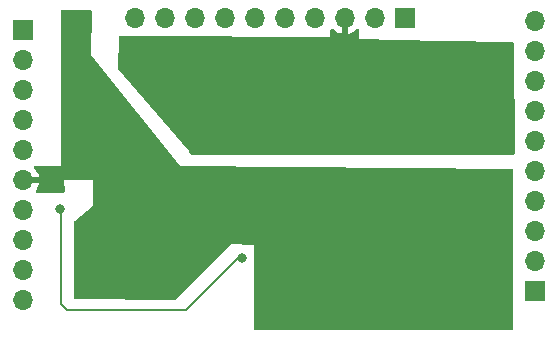
<source format=gbr>
G04 #@! TF.GenerationSoftware,KiCad,Pcbnew,(6.0.5)*
G04 #@! TF.CreationDate,2023-01-29T16:22:37-08:00*
G04 #@! TF.ProjectId,PCM1863,50434d31-3836-4332-9e6b-696361645f70,rev?*
G04 #@! TF.SameCoordinates,Original*
G04 #@! TF.FileFunction,Copper,L2,Bot*
G04 #@! TF.FilePolarity,Positive*
%FSLAX46Y46*%
G04 Gerber Fmt 4.6, Leading zero omitted, Abs format (unit mm)*
G04 Created by KiCad (PCBNEW (6.0.5)) date 2023-01-29 16:22:37*
%MOMM*%
%LPD*%
G01*
G04 APERTURE LIST*
G04 #@! TA.AperFunction,ComponentPad*
%ADD10R,1.700000X1.700000*%
G04 #@! TD*
G04 #@! TA.AperFunction,ComponentPad*
%ADD11O,1.700000X1.700000*%
G04 #@! TD*
G04 #@! TA.AperFunction,ViaPad*
%ADD12C,0.800000*%
G04 #@! TD*
G04 #@! TA.AperFunction,Conductor*
%ADD13C,0.200000*%
G04 #@! TD*
G04 APERTURE END LIST*
D10*
G04 #@! TO.P,J1,1,Pin_1*
G04 #@! TO.N,unconnected-(J1-Pad1)*
X72000000Y-96740000D03*
D11*
G04 #@! TO.P,J1,2,Pin_2*
G04 #@! TO.N,XI*
X72000000Y-99280000D03*
G04 #@! TO.P,J1,3,Pin_3*
G04 #@! TO.N,+1V8*
X72000000Y-101820000D03*
G04 #@! TO.P,J1,4,Pin_4*
G04 #@! TO.N,VCC*
X72000000Y-104360000D03*
G04 #@! TO.P,J1,5,Pin_5*
G04 #@! TO.N,LDO*
X72000000Y-106900000D03*
G04 #@! TO.P,J1,6,Pin_6*
G04 #@! TO.N,GNDD*
X72000000Y-109440000D03*
G04 #@! TO.P,J1,7,Pin_7*
G04 #@! TO.N,DVDD*
X72000000Y-111980000D03*
G04 #@! TO.P,J1,8,Pin_8*
G04 #@! TO.N,BCK*
X72000000Y-114520000D03*
G04 #@! TO.P,J1,9,Pin_9*
G04 #@! TO.N,LRCK*
X72000000Y-117060000D03*
G04 #@! TO.P,J1,10,Pin_10*
G04 #@! TO.N,DOUT*
X72000000Y-119600000D03*
G04 #@! TD*
D10*
G04 #@! TO.P,J3,1,Pin_1*
G04 #@! TO.N,/A6*
X115300000Y-118800000D03*
D11*
G04 #@! TO.P,J3,2,Pin_2*
G04 #@! TO.N,/A7*
X115300000Y-116260000D03*
G04 #@! TO.P,J3,3,Pin_3*
G04 #@! TO.N,/A8*
X115300000Y-113720000D03*
G04 #@! TO.P,J3,4,Pin_4*
G04 #@! TO.N,/A9*
X115300000Y-111180000D03*
G04 #@! TO.P,J3,5,Pin_5*
G04 #@! TO.N,/A10*
X115300000Y-108640000D03*
G04 #@! TO.P,J3,6,Pin_6*
G04 #@! TO.N,/A11*
X115300000Y-106100000D03*
G04 #@! TO.P,J3,7,Pin_7*
G04 #@! TO.N,/A12*
X115300000Y-103560000D03*
G04 #@! TO.P,J3,8,Pin_8*
G04 #@! TO.N,/A13*
X115300000Y-101020000D03*
G04 #@! TO.P,J3,9,Pin_9*
G04 #@! TO.N,/A14*
X115300000Y-98480000D03*
G04 #@! TO.P,J3,10,Pin_10*
G04 #@! TO.N,/A15*
X115300000Y-95940000D03*
G04 #@! TD*
D10*
G04 #@! TO.P,J2,1,Pin_1*
G04 #@! TO.N,/A17*
X104300000Y-95700000D03*
D11*
G04 #@! TO.P,J2,2,Pin_2*
G04 #@! TO.N,/A16*
X101760000Y-95700000D03*
G04 #@! TO.P,J2,3,Pin_3*
G04 #@! TO.N,GNDA*
X99220000Y-95700000D03*
G04 #@! TO.P,J2,4,Pin_4*
G04 #@! TO.N,/A5*
X96680000Y-95700000D03*
G04 #@! TO.P,J2,5,Pin_5*
G04 #@! TO.N,/A4*
X94140000Y-95700000D03*
G04 #@! TO.P,J2,6,Pin_6*
G04 #@! TO.N,/A3*
X91600000Y-95700000D03*
G04 #@! TO.P,J2,7,Pin_7*
G04 #@! TO.N,/A2*
X89060000Y-95700000D03*
G04 #@! TO.P,J2,8,Pin_8*
G04 #@! TO.N,/A1*
X86520000Y-95700000D03*
G04 #@! TO.P,J2,9,Pin_9*
G04 #@! TO.N,AVDD*
X83980000Y-95700000D03*
G04 #@! TO.P,J2,10,Pin_10*
G04 #@! TO.N,XO*
X81440000Y-95700000D03*
G04 #@! TD*
D12*
G04 #@! TO.N,GNDA*
X83600000Y-102000000D03*
G04 #@! TO.N,GNDD*
X81400000Y-111000000D03*
G04 #@! TO.N,GNDA*
X101710000Y-98190000D03*
X86725000Y-106675000D03*
G04 #@! TO.N,GNDD*
X92300000Y-119900000D03*
X83350000Y-116350000D03*
X85600000Y-109000000D03*
X76325000Y-101625000D03*
G04 #@! TO.N,VCC*
X90500000Y-116000000D03*
X75100000Y-111900000D03*
G04 #@! TD*
D13*
G04 #@! TO.N,VCC*
X90200000Y-116000000D02*
X90500000Y-116000000D01*
X75200000Y-119900000D02*
X75700000Y-120400000D01*
X75700000Y-120400000D02*
X85800000Y-120400000D01*
X85800000Y-120400000D02*
X90200000Y-116000000D01*
X75200000Y-112025000D02*
X75200000Y-119900000D01*
X75100000Y-111925000D02*
X75200000Y-112025000D01*
G04 #@! TD*
G04 #@! TA.AperFunction,Conductor*
G04 #@! TO.N,GNDD*
G36*
X76580701Y-94996364D02*
G01*
X77671028Y-94999615D01*
X77739087Y-95019820D01*
X77785420Y-95073614D01*
X77796607Y-95128929D01*
X77700000Y-98800000D01*
X85300000Y-108200000D01*
X85309749Y-108200104D01*
X85309751Y-108200104D01*
X113375340Y-108498674D01*
X113443244Y-108519400D01*
X113489164Y-108573547D01*
X113500000Y-108624667D01*
X113500000Y-121965500D01*
X113479998Y-122033621D01*
X113426342Y-122080114D01*
X113374000Y-122091500D01*
X91626000Y-122091500D01*
X91557879Y-122071498D01*
X91511386Y-122017842D01*
X91500000Y-121965500D01*
X91500000Y-114900000D01*
X91488144Y-114899376D01*
X89618091Y-114800952D01*
X89618090Y-114800952D01*
X89600000Y-114800000D01*
X89484346Y-114918115D01*
X84937663Y-119561536D01*
X84875713Y-119596215D01*
X84846170Y-119599374D01*
X76424535Y-119501448D01*
X76356651Y-119480656D01*
X76310786Y-119426463D01*
X76300000Y-119375457D01*
X76300000Y-112959972D01*
X76320002Y-112891851D01*
X76346545Y-112862182D01*
X77885940Y-111611424D01*
X77885940Y-111611423D01*
X77900000Y-111600000D01*
X77900000Y-109400000D01*
X75400000Y-109400000D01*
X75401489Y-109416376D01*
X75487508Y-110362593D01*
X75473755Y-110432244D01*
X75424529Y-110483404D01*
X75362025Y-110500000D01*
X73156339Y-110500000D01*
X73088218Y-110479998D01*
X73041725Y-110426342D01*
X73031621Y-110356068D01*
X73054016Y-110300474D01*
X73165009Y-110146011D01*
X73170313Y-110137183D01*
X73264670Y-109946267D01*
X73268469Y-109936672D01*
X73330377Y-109732910D01*
X73332555Y-109722837D01*
X73333986Y-109711962D01*
X73331775Y-109697778D01*
X73318617Y-109694000D01*
X72100000Y-109694000D01*
X72100000Y-109186000D01*
X73318344Y-109186000D01*
X73331875Y-109182027D01*
X73333180Y-109172947D01*
X73291214Y-109005875D01*
X73287894Y-108996124D01*
X73202972Y-108800814D01*
X73198105Y-108791739D01*
X73082426Y-108612926D01*
X73076136Y-108604757D01*
X72932806Y-108447240D01*
X72925268Y-108440210D01*
X72905858Y-108424882D01*
X72864794Y-108366966D01*
X72861562Y-108296043D01*
X72897187Y-108234631D01*
X72960358Y-108202228D01*
X72983949Y-108200000D01*
X75200000Y-108200000D01*
X75210785Y-95118551D01*
X75230843Y-95050447D01*
X75284537Y-95003998D01*
X75337161Y-94992656D01*
X76580701Y-94996364D01*
G37*
G04 #@! TD.AperFunction*
G04 #@! TD*
G04 #@! TA.AperFunction,Conductor*
G04 #@! TO.N,GNDA*
G36*
X99416121Y-95466002D02*
G01*
X99462614Y-95519658D01*
X99474000Y-95572000D01*
X99474000Y-97018517D01*
X99478064Y-97032359D01*
X99491478Y-97034393D01*
X99498184Y-97033534D01*
X99508262Y-97031392D01*
X99712255Y-96970191D01*
X99721842Y-96966433D01*
X99913095Y-96872739D01*
X99921945Y-96867464D01*
X100095328Y-96743792D01*
X100103193Y-96737145D01*
X100211026Y-96629687D01*
X100273397Y-96595771D01*
X100344204Y-96600959D01*
X100400966Y-96643605D01*
X100425660Y-96710168D01*
X100425896Y-96723126D01*
X100400000Y-97500000D01*
X100414121Y-97500216D01*
X100414123Y-97500216D01*
X107383524Y-97606619D01*
X113377210Y-97698125D01*
X113445017Y-97719164D01*
X113490685Y-97773523D01*
X113501279Y-97822798D01*
X113598674Y-107172688D01*
X113579383Y-107241013D01*
X113526214Y-107288062D01*
X113472681Y-107300000D01*
X86352190Y-107300000D01*
X86284069Y-107279998D01*
X86263095Y-107263095D01*
X86003427Y-107003427D01*
X85996856Y-106996332D01*
X80032009Y-100037344D01*
X80002863Y-99972605D01*
X80001755Y-99950847D01*
X80089286Y-97500000D01*
X80095636Y-97322183D01*
X80118057Y-97254820D01*
X80173338Y-97210272D01*
X80222260Y-97200683D01*
X81521744Y-97207943D01*
X97981883Y-97299899D01*
X97981884Y-97299899D01*
X98000000Y-97300000D01*
X98000000Y-96703706D01*
X98020002Y-96635585D01*
X98073658Y-96589092D01*
X98143932Y-96578988D01*
X98208512Y-96608482D01*
X98221238Y-96621209D01*
X98263219Y-96669674D01*
X98270580Y-96676883D01*
X98434434Y-96812916D01*
X98442881Y-96818831D01*
X98626756Y-96926279D01*
X98636042Y-96930729D01*
X98835001Y-97006703D01*
X98844899Y-97009579D01*
X98948250Y-97030606D01*
X98962299Y-97029410D01*
X98966000Y-97019065D01*
X98966000Y-95572000D01*
X98986002Y-95503879D01*
X99039658Y-95457386D01*
X99092000Y-95446000D01*
X99348000Y-95446000D01*
X99416121Y-95466002D01*
G37*
G04 #@! TD.AperFunction*
G04 #@! TD*
M02*

</source>
